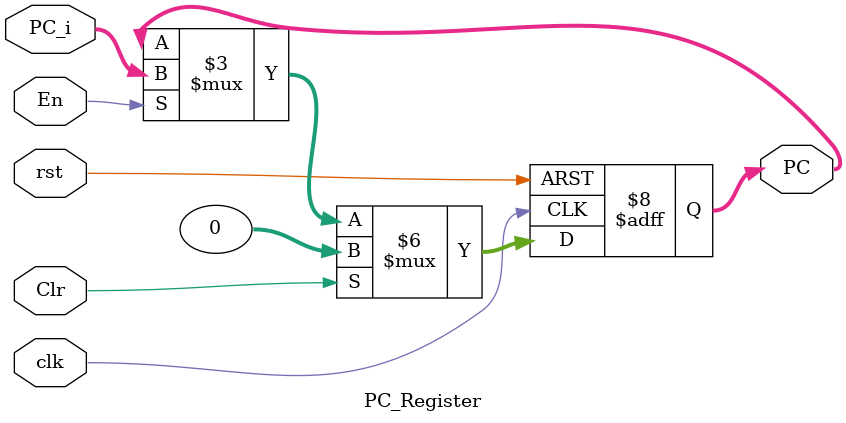
<source format=v>
module PC_Register (clk,rst,En,Clr,PC_i,PC);

	input clk, rst;
	input En, Clr;
	input[31:0] PC_i;

	output[31:0] PC;
		reg[31:0] PC;

	always @(posedge clk or negedge rst)
	begin
		if(!rst)
			PC <= 32'd0;
		else
			if(Clr)
				PC <= 32'd0;
			else if(En)
				PC <= PC_i;
	end

endmodule

</source>
